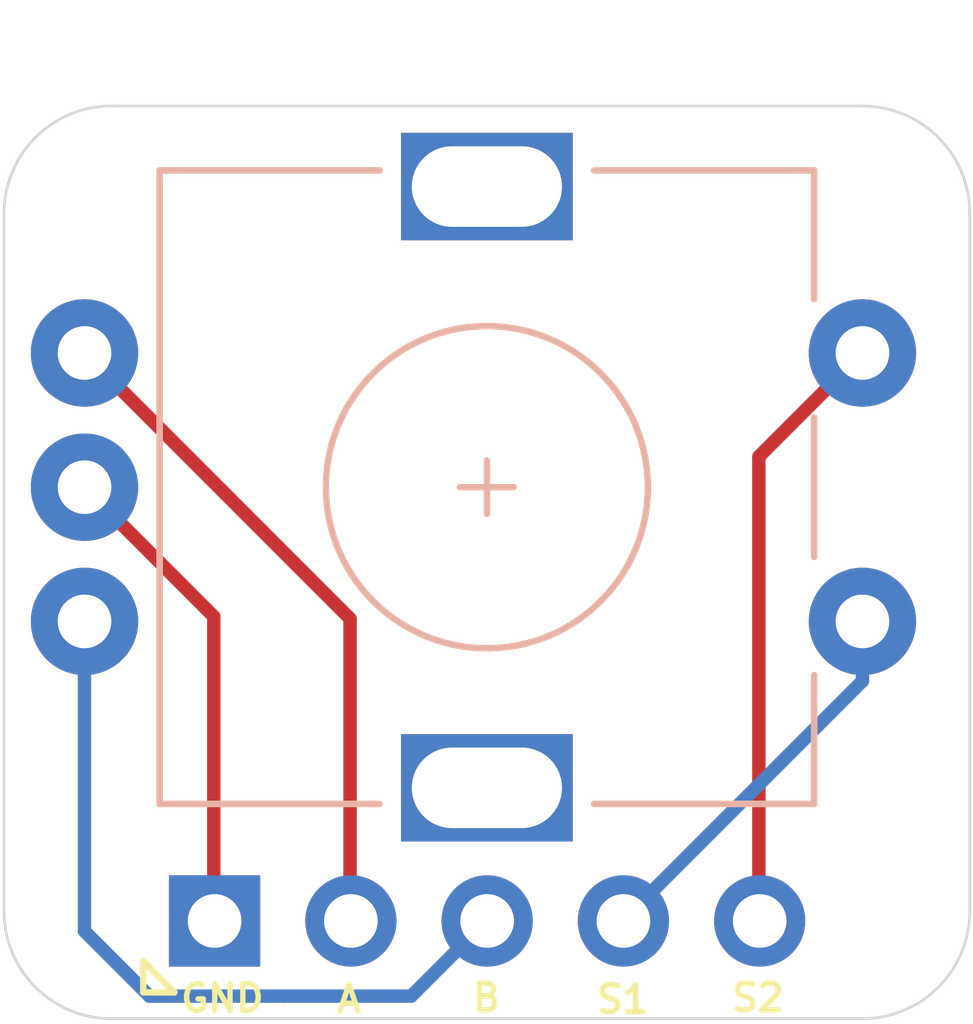
<source format=kicad_pcb>
(kicad_pcb (version 20211014) (generator pcbnew)
  (layers (0 "F.Cu" signal) (31 "B.Cu" signal) (34 "B.Paste" user) (35 "F.Paste" user) (36 "B.SilkS" user "B.Silkscreen") (37 "F.SilkS" user "F.Silkscreen") (38 "B.Mask" user) (39 "F.Mask" user) (44 "Edge.Cuts" user))
  (net 0 "")
  (net 1 "Net-(J1-Pad1)")
  (net 2 "Net-(J1-Pad2)")
  (net 3 "Net-(J1-Pad3)")
  (net 4 "Net-(J1-Pad4)")
  (net 5 "Net-(J1-Pad5)")
  (footprint "keyboard:RotaryEncoder_Alps_EC11E-Switch_Vertical_H20mm" (layer "F.Cu") (at 65.89 83.332)
    (fp_text reference "SWR1" hide)
    (fp_text value "Rotary_Encoder_Switch" hide)
    (fp_line (start -0.5 0) (end 0.5 0) (layer "B.SilkS") (width 0.12))
    (fp_line (start -2 -5.9) (end -6.1 -5.9) (layer "B.SilkS") (width 0.12))
    (fp_line (start 6.1 3.5) (end 6.1 5.9) (layer "B.SilkS") (width 0.12))
    (fp_line (start 6.1 -5.9) (end 6.1 -3.5) (layer "B.SilkS") (width 0.12))
    (fp_line (start 6.1 5.9) (end 2 5.9) (layer "B.SilkS") (width 0.12))
    (fp_line (start 6.1 -1.3) (end 6.1 1.3) (layer "B.SilkS") (width 0.12))
    (fp_line (start -2 5.9) (end -6.1 5.9) (layer "B.SilkS") (width 0.12))
    (fp_line (start 2 -5.9) (end 6.1 -5.9) (layer "B.SilkS") (width 0.12))
    (fp_line (start -6.1 -5.9) (end -6.1 5.9) (layer "B.SilkS") (width 0.12))
    (fp_line (start 0 -0.5) (end 0 0.5) (layer "B.SilkS") (width 0.12))
    (fp_circle (center 0 0) (end 3 0) (layer "B.SilkS") (width 0.12) (fill none))
    (fp_line (start 6.1 3.5) (end 6.1 5.9) (layer "F.SilkS") (width 0.12))
    (fp_line (start 2 -5.9) (end 6.1 -5.9) (layer "F.SilkS") (width 0.12))
    (fp_line (start 6.1 5.9) (end 2 5.9) (layer "F.SilkS") (width 0.12))
    (fp_line (start 6.1 -5.9) (end 6.1 -3.5) (layer "F.SilkS") (width 0.12))
    (fp_line (start 6.1 -1.3) (end 6.1 1.3) (layer "F.SilkS") (width 0.12))
    (fp_line (start -6.1 -5.9) (end -6.1 5.9) (layer "F.SilkS") (width 0.12))
    (fp_line (start -2 5.9) (end -6.1 5.9) (layer "F.SilkS") (width 0.12))
    (fp_line (start -0.5 0) (end 0.5 0) (layer "F.SilkS") (width 0.12))
    (fp_line (start -2 -5.9) (end -6.1 -5.9) (layer "F.SilkS") (width 0.12))
    (fp_line (start 0 -0.5) (end 0 0.5) (layer "F.SilkS") (width 0.12))
    (fp_circle (center 0 0) (end 3 0) (layer "F.SilkS") (width 0.12) (fill none))
    (pad "A" thru_hole circle (at -7.5 -2.5) (size 2 2) (drill 1) (layers *.Cu *.Mask) (net 2 "Net-(J1-Pad2)"))
    (pad "B" thru_hole circle (at -7.5 2.5) (size 2 2) (drill 1) (layers *.Cu *.Mask) (net 3 "Net-(J1-Pad3)"))
    (pad "C" thru_hole circle (at -7.5 0) (size 2 2) (drill 1) (layers *.Cu *.Mask) (net 1 "Net-(J1-Pad1)"))
    (pad "MP" thru_hole rect (at 0 -5.6) (size 3.2 2) (drill oval 2.8 1.5) (layers *.Cu *.Mask))
    (pad "MP" thru_hole rect (at 0 5.6) (size 3.2 2) (drill oval 2.8 1.5) (layers *.Cu *.Mask))
    (pad "S1" thru_hole circle (at 7 2.5) (size 2 2) (drill 1) (layers *.Cu *.Mask) (net 4 "Net-(J1-Pad4)"))
    (pad "S2" thru_hole circle (at 7 -2.5) (size 2 2) (drill 1) (layers *.Cu *.Mask) (net 5 "Net-(J1-Pad5)"))
  )
  (footprint "keyboard:PinHeader_1x05_P2.54mm_Vertical" (layer "F.Cu") (at 60.815 91.412 90)
    (fp_text reference "J1" hide)
    (fp_text value "Conn_01x05" hide)
    (fp_line (start -1.33 -0.75) (end -1.33 -1.33) (layer "F.SilkS") (width 0.12))
    (fp_line (start -1.33 -1.33) (end -0.75 -1.33) (layer "F.SilkS") (width 0.12))
    (fp_line (start -0.75 -1.33) (end -1.33 -0.75) (layer "F.SilkS") (width 0.12))
    (pad "1" thru_hole rect (at 0 0 90) (size 1.7 1.7) (drill 1) (layers *.Cu *.Mask) (net 1 "Net-(J1-Pad1)"))
    (pad "2" thru_hole oval (at 0 2.54 90) (size 1.7 1.7) (drill 1) (layers *.Cu *.Mask) (net 2 "Net-(J1-Pad2)"))
    (pad "3" thru_hole oval (at 0 5.08 90) (size 1.7 1.7) (drill 1) (layers *.Cu *.Mask) (net 3 "Net-(J1-Pad3)"))
    (pad "4" thru_hole oval (at 0 7.62 90) (size 1.7 1.7) (drill 1) (layers *.Cu *.Mask) (net 4 "Net-(J1-Pad4)"))
    (pad "5" thru_hole oval (at 0 10.16 90) (size 1.7 1.7) (drill 1) (layers *.Cu *.Mask) (net 5 "Net-(J1-Pad5)"))
  )
  (gr_arc (start 72.890001 76.231999) (mid 74.304215 76.817785) (end 74.89 78.232) (layer "Edge.Cuts") (width 0.05))
  (gr_arc (start 58.890001 93.231999) (mid 57.475787 92.646214) (end 56.89 91.232) (layer "Edge.Cuts") (width 0.05))
  (gr_line (start 74.89 78.232) (end 74.89 91.232) (layer "Edge.Cuts") (width 0.05))
  (gr_line (start 58.89 76.232) (end 72.890001 76.231999) (layer "Edge.Cuts") (width 0.05))
  (gr_line (start 72.890001 93.232001) (end 58.89 93.232) (layer "Edge.Cuts") (width 0.05))
  (gr_line (start 56.89 91.232) (end 56.89 78.232) (layer "Edge.Cuts") (width 0.05))
  (gr_arc (start 56.89 78.232) (mid 57.475786 76.817786) (end 58.89 76.232) (layer "Edge.Cuts") (width 0.05))
  (gr_arc (start 74.89 91.232) (mid 74.304215 92.646214) (end 72.890001 93.232001) (layer "Edge.Cuts") (width 0.05))
  (gr_text "S1\n" (at 68.42 92.872) (layer "F.SilkS") (effects (font (size 0.5 0.5) (thickness 0.1))))
  (gr_text "GND" (at 60.96 92.852) (layer "F.SilkS") (effects (font (size 0.5 0.5) (thickness 0.1))))
  (gr_text "B" (at 65.88 92.842) (layer "F.SilkS") (effects (font (size 0.5 0.5) (thickness 0.1))))
  (gr_text "S2" (at 70.94 92.842) (layer "F.SilkS") (effects (font (size 0.5 0.5) (thickness 0.1))))
  (gr_text "A" (at 63.32 92.862) (layer "F.SilkS") (effects (font (size 0.5 0.5) (thickness 0.1))))
  (segment (start 58.39 83.332) (end 60.8 85.742) (width 0.25) (layer "F.Cu") (net 1))
  (segment (start 60.8 85.742) (end 60.8 91.412) (width 0.25) (layer "F.Cu") (net 1))
  (segment (start 58.39 80.832) (end 63.34 85.782) (width 0.25) (layer "F.Cu") (net 2))
  (segment (start 63.34 85.782) (end 63.34 91.412) (width 0.25) (layer "F.Cu") (net 2))
  (segment (start 59.6 92.812) (end 58.95 92.162) (width 0.25) (layer "B.Cu") (net 3))
  (segment (start 65.88 91.412) (end 64.48 92.812) (width 0.25) (layer "B.Cu") (net 3))
  (segment (start 58.95 92.162) (end 58.39 91.602) (width 0.25) (layer "B.Cu") (net 3))
  (segment (start 64.48 92.812) (end 62.09 92.812) (width 0.25) (layer "B.Cu") (net 3))
  (segment (start 58.39 91.602) (end 58.39 85.832) (width 0.25) (layer "B.Cu") (net 3))
  (segment (start 62.09 92.812) (end 59.6 92.812) (width 0.25) (layer "B.Cu") (net 3))
  (segment (start 68.42 91.412) (end 72.89 86.942) (width 0.25) (layer "B.Cu") (net 4))
  (segment (start 72.89 86.942) (end 72.89 85.832) (width 0.25) (layer "B.Cu") (net 4))
  (segment (start 72.89 80.832) (end 70.96 82.762) (width 0.25) (layer "F.Cu") (net 5))
  (segment (start 70.96 82.762) (end 70.96 91.412) (width 0.25) (layer "F.Cu") (net 5))
)
</source>
